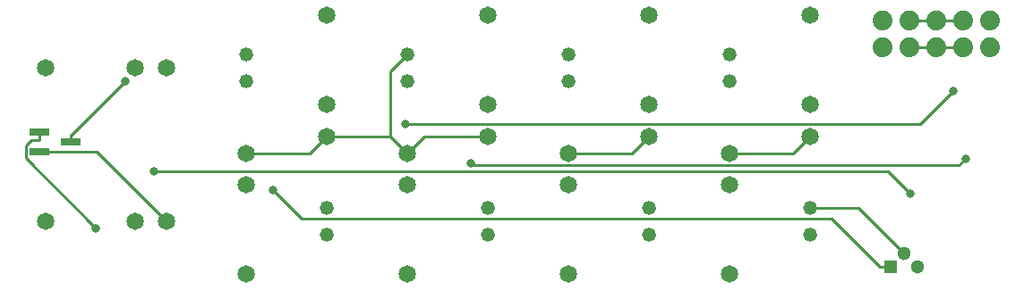
<source format=gtl>
G04 #@! TF.GenerationSoftware,KiCad,Pcbnew,5.1.4-e60b266~84~ubuntu18.04.1*
G04 #@! TF.CreationDate,2019-10-20T18:50:50+01:00*
G04 #@! TF.ProjectId,triggerseq,74726967-6765-4727-9365-712e6b696361,rev?*
G04 #@! TF.SameCoordinates,Original*
G04 #@! TF.FileFunction,Copper,L1,Top*
G04 #@! TF.FilePolarity,Positive*
%FSLAX46Y46*%
G04 Gerber Fmt 4.6, Leading zero omitted, Abs format (unit mm)*
G04 Created by KiCad (PCBNEW 5.1.4-e60b266~84~ubuntu18.04.1) date 2019-10-20 18:50:50*
%MOMM*%
%LPD*%
G04 APERTURE LIST*
%ADD10R,1.900000X0.800000*%
%ADD11R,1.300000X1.300000*%
%ADD12C,1.300000*%
%ADD13C,1.320800*%
%ADD14C,1.879600*%
%ADD15C,1.650000*%
%ADD16C,0.800000*%
%ADD17C,0.250000*%
G04 APERTURE END LIST*
D10*
X106400000Y-104750000D03*
X103400000Y-105700000D03*
X103400000Y-103800000D03*
D11*
X183896000Y-116586000D03*
D12*
X186436000Y-116586000D03*
X185166000Y-115316000D03*
D13*
X176289000Y-111031000D03*
X176289000Y-113571000D03*
X168669000Y-96426100D03*
X168669000Y-98966100D03*
X161049000Y-111031000D03*
X161049000Y-113571000D03*
X153429000Y-96426100D03*
X153429000Y-98966100D03*
X145809000Y-111031000D03*
X145809000Y-113571000D03*
X138189000Y-96426100D03*
X138189000Y-98966100D03*
X130569000Y-111031000D03*
X130569000Y-113571000D03*
X122949000Y-96426100D03*
X122949000Y-98966100D03*
D14*
X193294000Y-95758000D03*
X193294000Y-93218000D03*
X190754000Y-95758000D03*
X190754000Y-93218000D03*
X188214000Y-95758000D03*
X188214000Y-93218000D03*
X185674000Y-95758000D03*
X185674000Y-93218000D03*
X183134000Y-95758000D03*
X183134000Y-93218000D03*
D15*
X176289000Y-104196100D03*
X176289000Y-101196100D03*
X176289000Y-92696100D03*
X168669000Y-105801000D03*
X168669000Y-108801000D03*
X168669000Y-117301000D03*
X161049000Y-104196100D03*
X161049000Y-101196100D03*
X161049000Y-92696100D03*
X153429000Y-105801000D03*
X153429000Y-108801000D03*
X153429000Y-117301000D03*
X145809000Y-104196100D03*
X145809000Y-101196100D03*
X145809000Y-92696100D03*
X138189000Y-105801000D03*
X138189000Y-108801000D03*
X138189000Y-117301000D03*
X130569000Y-104196100D03*
X130569000Y-101196100D03*
X130569000Y-92696100D03*
X122949000Y-105801000D03*
X122949000Y-108801000D03*
X122949000Y-117301000D03*
X115479000Y-112301000D03*
X112479000Y-112301000D03*
X103979000Y-112301000D03*
X115479000Y-97696100D03*
X112479000Y-97696100D03*
X103979000Y-97696100D03*
D16*
X111524600Y-98943400D03*
X108789400Y-112943300D03*
X125514900Y-109318100D03*
X191026300Y-106337500D03*
X144205100Y-106770500D03*
X189837600Y-99894300D03*
X138018600Y-103040600D03*
X185761700Y-109598400D03*
X114267400Y-107507700D03*
D17*
X106400000Y-104750000D02*
X106400000Y-104024700D01*
X111524600Y-98943400D02*
X106443300Y-104024700D01*
X106443300Y-104024700D02*
X106400000Y-104024700D01*
X103400000Y-103800000D02*
X103400000Y-104525300D01*
X108789400Y-112943300D02*
X102124600Y-106278500D01*
X102124600Y-106278500D02*
X102124600Y-105075400D01*
X102124600Y-105075400D02*
X102674700Y-104525300D01*
X102674700Y-104525300D02*
X103400000Y-104525300D01*
X153429000Y-105801000D02*
X159444100Y-105801000D01*
X159444100Y-105801000D02*
X161049000Y-104196100D01*
X122949000Y-105801000D02*
X128964100Y-105801000D01*
X128964100Y-105801000D02*
X130569000Y-104196100D01*
X176289000Y-111031000D02*
X180881000Y-111031000D01*
X180881000Y-111031000D02*
X185166000Y-115316000D01*
X176289000Y-104196100D02*
X174684100Y-105801000D01*
X174684100Y-105801000D02*
X168669000Y-105801000D01*
X145809000Y-104196100D02*
X139793900Y-104196100D01*
X139793900Y-104196100D02*
X138189000Y-105801000D01*
X136584100Y-104196100D02*
X138189000Y-105801000D01*
X130569000Y-104196100D02*
X136584100Y-104196100D01*
X136584100Y-104196100D02*
X136584100Y-98031000D01*
X136584100Y-98031000D02*
X138189000Y-96426100D01*
X115479000Y-112301000D02*
X108878000Y-105700000D01*
X108878000Y-105700000D02*
X103400000Y-105700000D01*
X188214000Y-95758000D02*
X185674000Y-95758000D01*
X188214000Y-95758000D02*
X190754000Y-95758000D01*
X188214000Y-93218000D02*
X190754000Y-93218000D01*
X185674000Y-93218000D02*
X188214000Y-93218000D01*
X182920700Y-116586000D02*
X178351500Y-112016800D01*
X178351500Y-112016800D02*
X128213600Y-112016800D01*
X128213600Y-112016800D02*
X125514900Y-109318100D01*
X183896000Y-116586000D02*
X182920700Y-116586000D01*
X144205100Y-106770500D02*
X144397600Y-106963000D01*
X144397600Y-106963000D02*
X190400800Y-106963000D01*
X190400800Y-106963000D02*
X191026300Y-106337500D01*
X138018600Y-103040600D02*
X186691300Y-103040600D01*
X186691300Y-103040600D02*
X189837600Y-99894300D01*
X185761700Y-109598400D02*
X183671000Y-107507700D01*
X183671000Y-107507700D02*
X114267400Y-107507700D01*
M02*

</source>
